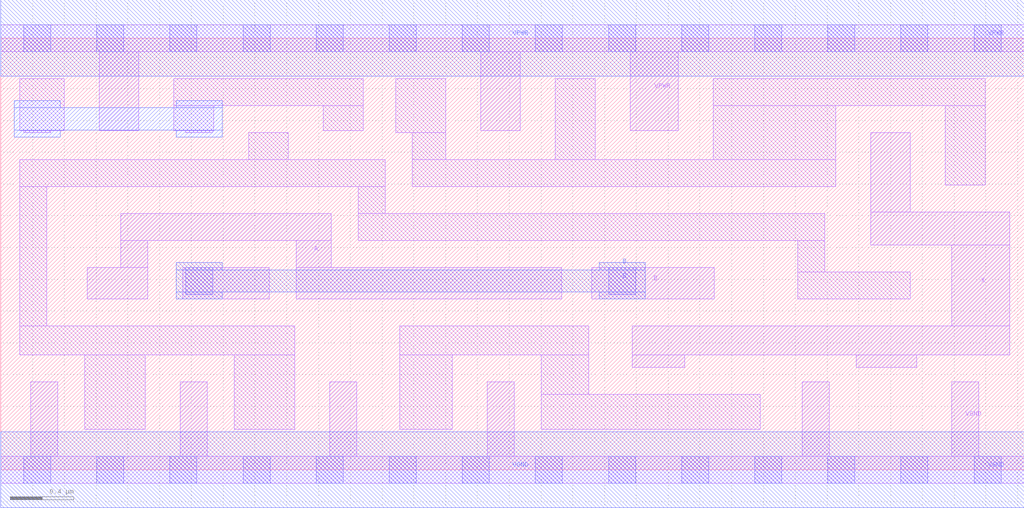
<source format=lef>
# Copyright 2020 The SkyWater PDK Authors
#
# Licensed under the Apache License, Version 2.0 (the "License");
# you may not use this file except in compliance with the License.
# You may obtain a copy of the License at
#
#     https://www.apache.org/licenses/LICENSE-2.0
#
# Unless required by applicable law or agreed to in writing, software
# distributed under the License is distributed on an "AS IS" BASIS,
# WITHOUT WARRANTIES OR CONDITIONS OF ANY KIND, either express or implied.
# See the License for the specific language governing permissions and
# limitations under the License.
#
# SPDX-License-Identifier: Apache-2.0

VERSION 5.7 ;
  NAMESCASESENSITIVE ON ;
  NOWIREEXTENSIONATPIN ON ;
  DIVIDERCHAR "/" ;
  BUSBITCHARS "[]" ;
UNITS
  DATABASE MICRONS 200 ;
END UNITS
PROPERTYDEFINITIONS
  MACRO maskLayoutSubType STRING ;
  MACRO prCellType STRING ;
  MACRO originalViewName STRING ;
END PROPERTYDEFINITIONS
MACRO sky130_fd_sc_hdll__xor2_2
  CLASS CORE ;
  FOREIGN sky130_fd_sc_hdll__xor2_2 ;
  ORIGIN  0.000000  0.000000 ;
  SIZE  6.440000 BY  2.720000 ;
  SYMMETRY X Y R90 ;
  SITE unithd ;
  PIN A
    ANTENNAGATEAREA  1.110000 ;
    DIRECTION INPUT ;
    USE SIGNAL ;
    PORT
      LAYER li1 ;
        RECT 0.545000 1.075000 0.925000 1.275000 ;
        RECT 0.755000 1.275000 0.925000 1.445000 ;
        RECT 0.755000 1.445000 2.080000 1.615000 ;
        RECT 1.860000 1.075000 3.530000 1.275000 ;
        RECT 1.860000 1.275000 2.080000 1.445000 ;
    END
  END A
  PIN B
    ANTENNAGATEAREA  1.110000 ;
    DIRECTION INPUT ;
    USE SIGNAL ;
    PORT
      LAYER li1 ;
        RECT 1.145000 1.075000 1.690000 1.275000 ;
        RECT 3.720000 1.075000 4.490000 1.275000 ;
      LAYER mcon ;
        RECT 1.165000 1.105000 1.335000 1.275000 ;
        RECT 3.825000 1.105000 3.995000 1.275000 ;
      LAYER met1 ;
        RECT 1.105000 1.075000 1.395000 1.120000 ;
        RECT 1.105000 1.120000 4.055000 1.260000 ;
        RECT 1.105000 1.260000 1.395000 1.305000 ;
        RECT 3.765000 1.075000 4.055000 1.120000 ;
        RECT 3.765000 1.260000 4.055000 1.305000 ;
    END
  END B
  PIN VGND
    ANTENNADIFFAREA  1.069250 ;
    DIRECTION INOUT ;
    USE SIGNAL ;
    PORT
      LAYER li1 ;
        RECT 0.000000 -0.085000 6.440000 0.085000 ;
        RECT 0.190000  0.085000 0.360000 0.555000 ;
        RECT 1.130000  0.085000 1.300000 0.555000 ;
        RECT 2.070000  0.085000 2.240000 0.555000 ;
        RECT 3.060000  0.085000 3.230000 0.555000 ;
        RECT 5.045000  0.085000 5.215000 0.555000 ;
        RECT 5.985000  0.085000 6.155000 0.555000 ;
      LAYER mcon ;
        RECT 0.145000 -0.085000 0.315000 0.085000 ;
        RECT 0.605000 -0.085000 0.775000 0.085000 ;
        RECT 1.065000 -0.085000 1.235000 0.085000 ;
        RECT 1.525000 -0.085000 1.695000 0.085000 ;
        RECT 1.985000 -0.085000 2.155000 0.085000 ;
        RECT 2.445000 -0.085000 2.615000 0.085000 ;
        RECT 2.905000 -0.085000 3.075000 0.085000 ;
        RECT 3.365000 -0.085000 3.535000 0.085000 ;
        RECT 3.825000 -0.085000 3.995000 0.085000 ;
        RECT 4.285000 -0.085000 4.455000 0.085000 ;
        RECT 4.745000 -0.085000 4.915000 0.085000 ;
        RECT 5.205000 -0.085000 5.375000 0.085000 ;
        RECT 5.665000 -0.085000 5.835000 0.085000 ;
        RECT 6.125000 -0.085000 6.295000 0.085000 ;
      LAYER met1 ;
        RECT 0.000000 -0.240000 6.440000 0.240000 ;
    END
  END VGND
  PIN VPWR
    ANTENNADIFFAREA  0.925000 ;
    DIRECTION INOUT ;
    USE SIGNAL ;
    PORT
      LAYER li1 ;
        RECT 0.000000 2.635000 6.440000 2.805000 ;
        RECT 0.620000 2.135000 0.870000 2.635000 ;
        RECT 3.020000 2.135000 3.270000 2.635000 ;
        RECT 3.960000 2.135000 4.265000 2.635000 ;
      LAYER mcon ;
        RECT 0.145000 2.635000 0.315000 2.805000 ;
        RECT 0.605000 2.635000 0.775000 2.805000 ;
        RECT 1.065000 2.635000 1.235000 2.805000 ;
        RECT 1.525000 2.635000 1.695000 2.805000 ;
        RECT 1.985000 2.635000 2.155000 2.805000 ;
        RECT 2.445000 2.635000 2.615000 2.805000 ;
        RECT 2.905000 2.635000 3.075000 2.805000 ;
        RECT 3.365000 2.635000 3.535000 2.805000 ;
        RECT 3.825000 2.635000 3.995000 2.805000 ;
        RECT 4.285000 2.635000 4.455000 2.805000 ;
        RECT 4.745000 2.635000 4.915000 2.805000 ;
        RECT 5.205000 2.635000 5.375000 2.805000 ;
        RECT 5.665000 2.635000 5.835000 2.805000 ;
        RECT 6.125000 2.635000 6.295000 2.805000 ;
      LAYER met1 ;
        RECT 0.000000 2.480000 6.440000 2.960000 ;
    END
  END VPWR
  PIN X
    ANTENNADIFFAREA  0.806750 ;
    DIRECTION OUTPUT ;
    USE SIGNAL ;
    PORT
      LAYER li1 ;
        RECT 3.975000 0.645000 4.305000 0.725000 ;
        RECT 3.975000 0.725000 6.350000 0.905000 ;
        RECT 5.385000 0.645000 5.765000 0.725000 ;
        RECT 5.475000 1.415000 6.350000 1.625000 ;
        RECT 5.475000 1.625000 5.725000 2.125000 ;
        RECT 5.985000 0.905000 6.350000 1.415000 ;
    END
  END X
  OBS
    LAYER li1 ;
      RECT 0.120000 0.725000 1.850000 0.905000 ;
      RECT 0.120000 0.905000 0.290000 1.785000 ;
      RECT 0.120000 1.785000 2.420000 1.955000 ;
      RECT 0.120000 2.135000 0.400000 2.465000 ;
      RECT 0.145000 2.125000 0.315000 2.135000 ;
      RECT 0.530000 0.255000 0.910000 0.725000 ;
      RECT 1.090000 2.135000 1.340000 2.295000 ;
      RECT 1.090000 2.295000 2.280000 2.465000 ;
      RECT 1.165000 2.125000 1.335000 2.135000 ;
      RECT 1.470000 0.255000 1.850000 0.725000 ;
      RECT 1.560000 1.955000 1.810000 2.125000 ;
      RECT 2.030000 2.135000 2.280000 2.295000 ;
      RECT 2.250000 1.445000 5.185000 1.615000 ;
      RECT 2.250000 1.615000 2.420000 1.785000 ;
      RECT 2.485000 2.125000 2.800000 2.465000 ;
      RECT 2.510000 0.255000 2.840000 0.725000 ;
      RECT 2.510000 0.725000 3.700000 0.905000 ;
      RECT 2.590000 1.785000 5.255000 1.955000 ;
      RECT 2.590000 1.955000 2.800000 2.125000 ;
      RECT 3.400000 0.255000 4.780000 0.475000 ;
      RECT 3.400000 0.475000 3.700000 0.725000 ;
      RECT 3.490000 1.955000 3.740000 2.465000 ;
      RECT 4.485000 1.955000 5.255000 2.295000 ;
      RECT 4.485000 2.295000 6.195000 2.465000 ;
      RECT 5.015000 1.075000 5.725000 1.245000 ;
      RECT 5.015000 1.245000 5.185000 1.445000 ;
      RECT 5.945000 1.795000 6.195000 2.295000 ;
    LAYER met1 ;
      RECT 0.085000 2.095000 0.375000 2.140000 ;
      RECT 0.085000 2.140000 1.395000 2.280000 ;
      RECT 0.085000 2.280000 0.375000 2.325000 ;
      RECT 1.105000 2.095000 1.395000 2.140000 ;
      RECT 1.105000 2.280000 1.395000 2.325000 ;
  END
  PROPERTY maskLayoutSubType "abstract" ;
  PROPERTY prCellType "standard" ;
  PROPERTY originalViewName "layout" ;
END sky130_fd_sc_hdll__xor2_2

</source>
